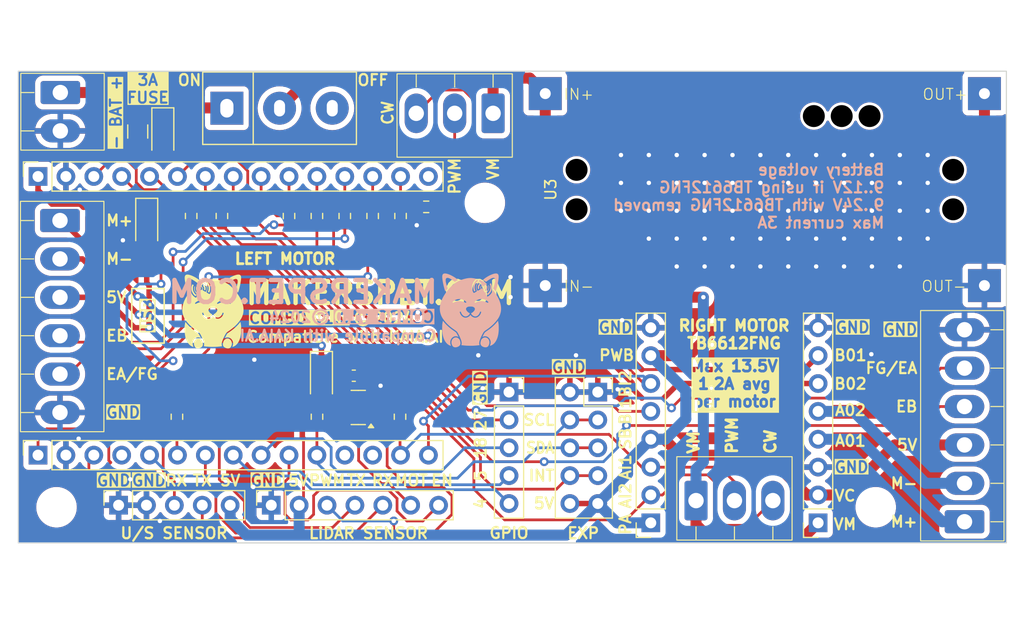
<source format=kicad_pcb>
(kicad_pcb (version 20240108) (generator "pcbnew") (generator_version "8.0")
  (title_block (title "MakersCombo") (date "2024-04-26") (rev "v1.0.0") (company "makerspet.com"))
  (layers (0 "F.Cu" signal) (31 "B.Cu" signal) (34 "B.Paste" user) (35 "F.Paste" user) (36 "B.SilkS" user "B.Silkscreen") (37 "F.SilkS" user "F.Silkscreen") (38 "B.Mask" user) (39 "F.Mask" user) (44 "Edge.Cuts" user))
  (net 0 "")
  (net 1 "+5V")
  (net 2 "GND")
  (net 3 "Net-(D1-K)")
  (net 4 "Net-(D2-K)")
  (net 5 "Net-(D2-A)")
  (net 6 "/MOT")
  (net 7 "Vdrive")
  (net 8 "/M+LEFT")
  (net 9 "/M-LEFT")
  (net 10 "/EB_LEFT")
  (net 11 "/EA_LEFT_FG")
  (net 12 "/M+RIGHT")
  (net 13 "/M-RIGHT")
  (net 14 "/EB_RIGHT")
  (net 15 "/EA_RIGHT_FG")
  (net 16 "/PWM_LEFT")
  (net 17 "/CW_LEFT")
  (net 18 "/PWM_RIGHT")
  (net 19 "/CW_RIGHT")
  (net 20 "/LDS_PWM")
  (net 21 "/LDS_RX")
  (net 22 "/LDS_EN")
  (net 23 "/GPIO12_OUT_STRAP")
  (net 24 "/I2C_SCL")
  (net 25 "/I2C_SDA")
  (net 26 "/I2C_INT")
  (net 27 "/GPIO27")
  (net 28 "/GPIO18")
  (net 29 "/GPIO5_BOOT_STRAP")
  (net 30 "/GPIO4")
  (net 31 "+3V3")
  (net 32 "/ENC_B_LEFT")
  (net 33 "/ENC_A_LEFT_FG")
  (net 34 "/GPIO39_IN")
  (net 35 "/ENC_B_RIGHT")
  (net 36 "/ENC_A_RIGHT_FG")
  (net 37 "/BAT_ADC")
  (net 38 "/LDS_TX")
  (net 40 "Net-(J1-Pin_1)")
  (net 41 "Net-(J6-Pin_3)")
  (net 42 "Net-(J9-Pin_4)")
  (footprint "Resistor_SMD:R_0603_1608Metric" (layer "F.Cu") (at 55.7488 43.2 90)
    (property "Reference" "R10" (hide yes))
    (property "Value" "10k")
  )
  (footprint "Resistor_SMD:R_0603_1608Metric" (layer "F.Cu") (at 67.2084 61.5 -90)
    (property "Reference" "R9" (hide yes))
    (property "Value" "10k")
  )
  (footprint "Resistor_SMD:R_0603_1608Metric" (layer "F.Cu") (at 69.74 43.2 -90)
    (property "Reference" "R2" (hide yes))
    (property "Value" "10k")
  )
  (footprint "Makerspet:Terminal_Block_2p_3.5mm_SideEntry" (layer "F.Cu") (at 43.8306 31.9454 -90)
    (property "Reference" "J1" (hide yes))
    (property "Value" "TERM BLK 3.5MM 2P SIDE")
  )
  (footprint "Connector_PinSocket_2.54mm:PinSocket_1x08_P2.54mm_Vertical" (layer "F.Cu") (at 97.6108 71.1708 180)
    (property "Reference" "J13" (hide yes))
    (property "Value" "HDR SKT 8PIN VERT 2.54MM")
  )
  (footprint "Connector_PinSocket_2.54mm:PinSocket_1x15_P2.54mm_Vertical" (layer "F.Cu") (at 41.8 65 90)
    (property "Reference" "J11" (hide yes))
    (property "Value" "HDR SKT 15PIN VERT 2.54MM")
  )
  (footprint "Makerspet:SWITCH" (layer "F.Cu") (at 63.8 33.3756)
    (property "Reference" "SW1" (hide yes))
    (property "Value" "SS12D10")
  )
  (footprint "Makerspet:Terminal_Block_6p_3.5mm_SideEntry" (layer "F.Cu") (at 43.8 43.6135 -90)
    (property "Reference" "J2" (hide yes))
    (property "Value" "TERM BLK 3.5MM 6P SIDE")
  )
  (footprint "Diode_SMD:D_SOD-123F" (layer "F.Cu") (at 67.6148 57.7596 -90)
    (property "Reference" "D3" (hide yes))
    (property "Value" "FS26")
  )
  (footprint "Diode_SMD:D_SOD-123F" (layer "F.Cu") (at 51.7 43.8 -90)
    (property "Reference" "D1" (hide yes))
    (property "Value" "FS26")
  )
  (footprint "Fuse:Fuse_1206_3216Metric" (layer "F.Cu") (at 50.8824 35.5 -90)
    (property "Reference" "F1" (hide yes))
    (property "Value" "0685T3000-01")
  )
  (footprint "Connector_PinSocket_2.54mm:PinSocket_1x15_P2.54mm_Vertical" (layer "F.Cu") (at 41.8 39.6 90)
    (property "Reference" "J10" (hide yes))
    (property "Value" "HDR SKT 15PIN VERT 2.54MM")
  )
  (footprint "Resistor_SMD:R_0603_1608Metric" (layer "F.Cu") (at 77.1568 42.3672)
    (property "Reference" "R5" (hide yes))
    (property "Value" "200k 1%")
  )
  (footprint "Resistor_SMD:R_0603_1608Metric" (layer "F.Cu") (at 64.66 43.2 -90)
    (property "Reference" "R1" (hide yes))
    (property "Value" "10k")
  )
  (footprint "MountingHole:MountingHole_3.2mm_M3" (layer "F.Cu") (at 118.1 69.7484 90)
    (property "Reference" "H2" (hide yes))
    (property "Value" "MountingHole")
  )
  (footprint "Resistor_SMD:R_0603_1608Metric" (layer "F.Cu") (at 72.28 43.2 -90)
    (property "Reference" "R7" (hide yes))
    (property "Value" "10k")
  )
  (footprint "Connector_PinSocket_2.54mm:PinSocket_1x05_P2.54mm_Vertical" (layer "F.Cu") (at 84.7 59.25)
    (property "Reference" "J7" (hide yes))
    (property "Value" "HDR SKT 5PIN VERT 2.54MM")
  )
  (footprint "Makerspet:Maker's Pet Logo 7mm" (layer "F.Cu") (at 57.725 51.9)
    (property "Reference" "G***" (hide yes))
    (property "Value" "LOGO" (hide yes))
  )
  (footprint "Makerspet:Terminal_Block_6p_3.5mm_SideEntry" (layer "F.Cu") (at 126.1872 71.0692 90)
    (property "Reference" "J3" (hide yes))
    (property "Value" "TERM BLK 3.5MM 6P SIDE")
  )
  (footprint "MountingHole:MountingHole_3.2mm_M3" (layer "F.Cu") (at 82.5 42)
    (property "Reference" "H3" (hide yes))
    (property "Value" "MountingHole")
  )
  (footprint "Makerspet:Terminal_Block_3p_3.5mm_SideEntry" (layer "F.Cu") (at 83.2488 33.8412 180)
    (property "Reference" "J4" (hide yes))
    (property "Value" "TERM BLK 3.5MM 3P SIDE")
  )
  (footprint "Resistor_SMD:R_0603_1608Metric" (layer "F.Cu") (at 67.2 43.2 -90)
    (property "Reference" "R4" (hide yes))
    (property "Value" "10k")
  )
  (footprint "Resistor_SMD:R_0603_1608Metric" (layer "F.Cu") (at 58.5488 43.2 -90)
    (property "Reference" "R3" (hide yes))
    (property "Value" "10k")
  )
  (footprint "Diode_SMD:D_SOD-123F" (layer "F.Cu") (at 53.1684 35.5508 -90)
    (property "Reference" "D2" (hide yes))
    (property "Value" "FS36")
  )
  (footprint "Package_TO_SOT_SMD:SOT-23" (layer "F.Cu") (at 70.9676 60.6552 180)
    (property "Reference" "Q1" (hide yes))
    (property "Value" "AS2302")
  )
  (footprint "Connector_PinSocket_2.54mm:PinSocket_1x08_P2.54mm_Vertical" (layer "F.Cu") (at 112.8508 71.1708 180)
    (property "Reference" "J12" (hide yes))
    (property "Value" "HDR SKT 8PIN VERT 2.54MM")
  )
  (footprint "Makerspet:Terminal_Block_3p_3.5mm_SideEntry" (layer "F.Cu") (at 101.731 69.1436)
    (property "Reference" "J5" (hide yes))
    (property "Value" "TERM BLK 3.5MM 3P SIDE")
  )
  (footprint "Resistor_SMD:R_0603_1608Metric" (layer "F.Cu") (at 74.82 43.2 90)
    (property "Reference" "R6" (hide yes))
    (property "Value" "20k 1%")
  )
  (footprint "Connector_PinSocket_2.54mm:PinSocket_1x07_P2.54mm_Vertical" (layer "F.Cu") (at 63.0428 69.5646 90)
    (property "Reference" "J9" (hide yes))
    (property "Value" "HDR SKT 7PIN VERT 2.54MM")
  )
  (footprint "Resistor_SMD:R_0603_1608Metric" (layer "F.Cu") (at 54.4512 61.5 90)
    (property "Reference" "R11" (hide yes))
    (property "Value" "10k")
  )
  (footprint "Resistor_SMD:R_0603_1608Metric" (layer "F.Cu") (at 74.7712 61.5 -90)
    (property "Reference" "R8" (hide yes))
    (property "Value" "10k")
  )
  (footprint "Capacitor_SMD:C_0603_1608Metric" (layer "F.Cu") (at 70.5612 57.7596)
    (property "Reference" "C1" (hide yes))
    (property "Value" "22uF 6.3V")
  )
  (footprint "Connector_PinSocket_2.54mm:PinSocket_2x05_P2.54mm_Vertical" (layer "F.Cu") (at 92.7848 59.25)
    (property "Reference" "J8" (hide yes))
    (property "Value" "SKT 2x5PIN VERT 2.54MM")
  )
  (footprint "MountingHole:MountingHole_3.2mm_M3" (layer "F.Cu") (at 43.4848 69.7484)
    (property "Reference" "H1" (hide yes))
    (property "Value" "MountingHole")
  )
  (footprint "Connector_PinSocket_2.54mm:PinSocket_1x05_P2.54mm_Vertical" (layer "F.Cu") (at 49.1386 69.5646 90)
    (property "Reference" "J6" (hide yes))
    (property "Value" "HDR SKT 5PIN VERT 2.54MM")
  )
  (footprint "Makerspet:LM2596 Module SMD" (layer "F.Cu") (at 108.0008 40.7924)
    (property "Reference" "U3")
    (property "Value" "LM2596 Module")
  )
  (footprint "Makerspet:Maker's Pet Logo 7mm" (layer "B.Cu") (at 81.188602 51.8 180)
    (property "Reference" "G***" (hide yes))
    (property "Value" "LOGO" (hide yes))
  )
  (gr_rect (start 50.3428 49.8108) (end 53.2892 54.7892) (stroke (width 0.15)) (fill none) (layer "F.SilkS"))
  (gr_rect (start 40 30) (end 130 73) (stroke (width 0.1)) (fill none) (layer "Edge.Cuts"))
  (gr_text "MAKERSPET.COM" (at 78.394602 51.2984 -0) (layer "B.SilkS") (effects (font (size 2 2) (thickness 0.4) (bold yes)) (justify left bottom mirror)))
  (gr_text "Compatible with KAIA.AI" (at 78.213602 54.7 0) (layer "B.SilkS") (effects (font (size 1 1) (thickness 0.2) (bold yes)) (justify left bottom mirror)))
  (gr_text "COMBO v1.0" (at 78.013602 53 0) (layer "B.SilkS" knockout) (effects (font (size 1 1) (thickness 0.2) (bold yes)) (justify left bottom mirror)))
  (gr_text "Battery voltage\n9..12V if using TB6612FNG\n9..24V with TB6612FNG removed\nMax current 3A" (at 119 44.4 0) (layer "B.SilkS") (effects (font (size 1 1) (thickness 0.2) (bold yes)) (justify left bottom mirror)))
  (gr_text "©2024" (at 68.513602 53 0) (layer "B.SilkS") (effects (font (size 1 1) (thickness 0.2) (bold yes)) (justify left bottom mirror)))
  (gr_text "5V" (at 47.9 50.6135 0) (layer "F.SilkS") (effects (font (size 1 1) (thickness 0.2) (bold yes)) (justify left)))
  (gr_text "U/S SENSOR" (at 54.1858 72.7 0) (layer "F.SilkS") (effects (font (size 1 1) (thickness 0.2) (bold yes)) (justify bottom)))
  (gr_text "BI1" (at 95.3 61 90) (layer "F.SilkS") (effects (font (size 1 1) (thickness 0.2) (bold yes))))
  (gr_text "RX" (at 54.4 67.9 0) (layer "F.SilkS") (effects (font (size 1 1) (thickness 0.2) (bold yes)) (justify bottom)))
  (gr_text "27" (at 82.7 61.79 90) (layer "F.SilkS") (effects (font (size 1 1) (thickness 0.2) (bold yes)) (justify bottom)))
  (gr_text "GND" (at 62.7 67.9 0) (layer "F.SilkS" knockout) (effects (font (size 1 1) (thickness 0.2) (bold yes)) (justify bottom)))
  (gr_text "CW" (at 73.6488 35 90) (layer "F.SilkS") (effects (font (size 1 1) (thickness 0.2) (bold yes)) (justify left)))
  (gr_text "EA/FG" (at 47.9 57.6135 0) (layer "F.SilkS") (effects (font (size 1 1) (thickness 0.2) (bold yes)) (justify left)))
  (gr_text "LEFT MOTOR" (at 64.3 47.1 0) (layer "F.SilkS") (effects (font (size 1 1) (thickness 0.25) (bold yes))))
  (gr_text "GPIO" (at 84.7 72.1 0) (layer "F.SilkS") (effects (font (size 1 1) (thickness 0.2) (bold yes))))
  (gr_text "VM" (at 83.2488 40.0412 90) (layer "F.SilkS") (effects (font (size 1 1) (thickness 0.2) (bold yes)) (justify left)))
  (gr_text "M+" (at 47.9 43.6135 0) (layer "F.SilkS") (effects (font (size 1 1) (thickness 0.2) (bold yes)) (justify left)))
  (gr_text "M+" (at 122 71.0692 0) (layer "F.SilkS") (effects (font (size 1 1) (thickness 0.2) (bold yes)) (justify right)))
  (gr_text "VM" (at 101.5018 65 90) (layer "F.SilkS") (effects (font (size 1 1) (thickness 0.25) (bold yes)) (justify left)))
  (gr_text "RX" (at 73.2 67.9 0) (layer "F.SilkS") (effects (font (size 1 1) (thickness 0.2) (bold yes)) (justify bottom)))
  (gr_text "3A\nFUSE" (at 51.8 33 0) (layer "F.SilkS" knockout) (effects (font (size 1 1) (thickness 0.2) (bold yes)) (justify bottom)))
  (gr_text "SCL" (at 88.93 61.79 0) (layer "F.SilkS") (effects (font (size 1 1) (thickness 0.2) (bold yes)) (justify right)))
  (gr_text "Max 13.5V\n1.2A avg\nper motor" (at 105.2308 58.5 0) (layer "F.SilkS" knockout) (effects (font (size 1 1) (thickness 0.25) (bold yes))))
  (gr_text "INT" (at 88.93 66.87 0) (layer "F.SilkS") (effects (font (size 1 1) (thickness 0.2) (bold yes)) (justify right)))
  (gr_text "FG/EA" (at 122 57.0692 0) (layer "F.SilkS") (effects (font (size 1 1) (thickness 0.2) (bold yes)) (justify right)))
  (gr_text "PWB" (at 94.5 55.9 0) (layer "F.SilkS") (effects (font (size 1 1) (thickness 0.2) (bold yes))))
  (gr_text "OFF" (at 72.3 31.4 0) (layer "F.SilkS") (effects (font (size 1 1) (thickness 0.2) (bold yes)) (justify bottom)))
  (gr_text "©2024" (at 70.4 53.1 0) (layer "F.SilkS") (effects (font (size 1 1) (thickness 0.2) (bold yes)) (justify left bottom)))
  (gr_text "BI2" (at 95.3 58.5 90) (layer "F.SilkS") (effects (font (size 1 1) (thickness 0.2) (bold yes))))
  (gr_text "B01" (at 115.8 55.9 0) (layer "F.SilkS") (effects (font (size 1 1) (thickness 0.2) (bold yes))))
  (gr_text "5V" (at 122 64.0692 0) (layer "F.SilkS") (effects (font (size 1 1) (thickness 0.2) (bold yes)) (justify right)))
  (gr_text "AI2" (at 95.3 68.7 90) (layer "F.SilkS") (effects (font (size 1 1) (thickness 0.2) (bold yes))))
  (gr_text "- BAT +" (at 49.4792 37.2364 90) (layer "F.SilkS" knockout) (effects (font (size 1 1) (thickness 0.2) (bold yes)) (justify left bottom)))
  (gr_text "TX" (at 56.7586 67.9 0) (layer "F.SilkS") (effects (font (size 1 1) (thickness 0.2) (bold yes)) (justify bottom)))
  (gr_text "MOT" (at 75.8 67.9 0) (layer "F.SilkS") (effects (font (size 1 1) (thickness 0.2) (bold yes)) (justify bottom)))
  (gr_text "EN" (at 78.6 67.9 0) (layer "F.SilkS") (effects (font (size 1 1) (thickness 0.2) (bold yes)) (justify bottom)))
  (gr_text "GND" (at 116 53.36 0) (layer "F.SilkS" knockout) (effects (font (size 1 1) (thickness 0.2) (bold yes))))
  (gr_text "A02" (at 115.8 60.9 0) (layer "F.SilkS") (effects (font (size 1 1) (thickness 0.2) (bold yes))))
  (gr_text "PWM" (at 79.7488 41.3412 90) (layer "F.SilkS") (effects (font (size 1 1) (thickness 0.2) (bold yes)) (justify left)))
  (gr_text "GND" (at 94.4 53.36 0) (layer "F.SilkS" knockout) (effects (font (size 1 1) (thickness 0.2) (bold yes))))
  (gr_text "PWM" (at 68.1228 67.9 0) (layer "F.SilkS") (effects (font (size 1 1) (thickness 0.2) (bold yes)) (justify bottom)))
  (gr_text "SDA" (at 88.93 64.33 0) (layer "F.SilkS") (effects (font (size 1 0.9) (thickness 0.2) (bold yes)) (justify right)))
  (gr_text "COMBO v1.0" (at 60.9 53.1 0) (layer "F.SilkS" knockout) (effects (font (size 1 1) (thickness 0.2) (bold yes)) (justify left bottom)))
  (gr_text "5V" (at 88.93 69.4 0) (layer "F.SilkS") (effects (font (size 1 1) (thickness 0.2) (bold yes)) (justify right)))
  (gr_text "M-" (at 122 67.5692 0) (layer "F.SilkS") (effects (font (size 1 1) (thickness 0.2) (bold yes)) (justify right)))
  (gr_text "SB" (at 95.3 63.5 90) (layer "F.SilkS") (effects (font (size 1 1) (thickness 0.2) (bold yes))))
  (gr_text "AI1" (at 95.3 66.1 90) (layer "F.SilkS") (effects (font (size 1 1) (thickness 0.2) (bold yes))))
  (gr_text "GND" (at 91.8 57 0) (layer "F.SilkS" knockout) (effects (font (size 1 1) (thickness 0.2) (bold yes)) (justify right)))
  (gr_text "LiDAR SENSOR" (at 71.9 72.7 0) (layer "F.SilkS") (effects (font (size 1 1) (thickness 0.2) (bold yes)) (justify bottom)))
  (gr_text "A01" (at 115.8 63.7 0) (layer "F.SilkS") (effects (font (size 1 1) (thickness 0.2) (bold yes))))
  (gr_text "PA" (at 95.3 71.3 90) (layer "F.SilkS") (effects (font (size 1 1) (thickness 0.2) (bold yes))))
  (gr_text "5V" (at 65.5 67.9 0) (layer "F.SilkS") (effects (font (size 1 1) (thickness 0.2) (bold yes)) (justify bottom)))
  (gr_text "EXP" (at 89.9 72.7 0) (layer "F.SilkS") (effects (font (size 1 1) (thickness 0.2) (bold yes)) (justify left bottom)))
  (gr_text "GND" (at 82.1 57.2 90) (layer "F.SilkS" knockout) (effects (font (size 1 1) (thickness 0.2) (bold yes)) (justify right)))
  (gr_text "GND" (at 115.9 66.1 0) (layer "F.SilkS" knockout) (effects (font (size 1 1) (thickness 0.2) (bold yes))))
  (gr_text "GND" (at 51.9 67.9 0) (layer "F.SilkS" knockout) (effects (font (size 1 1) (thickness 0.2) (bold yes)) (justify bottom)))
  (gr_text "GND" (at 122 53.5692 0) (layer "F.SilkS" knockout) (effects (font (size 1 1) (thickness 0.2) (bold yes)) (justify right)))
  (gr_text "USB" (at 51.816 52.3 90) (layer "F.SilkS" knockout) (effects (font (size 1 1) (thickness 0.25) (bold yes))))
  (gr_text "M-" (at 47.9 47.1135 0) (layer "F.SilkS") (effects (font (size 1 1) (thickness 0.2) (bold yes)) (justify left)))
  (gr_text "18" (at 82.7 64.33 90) (layer "F.SilkS") (effects (font (size 1 1) (thickness 0.2) (bold yes)) (justify bottom)))
  (gr_text "PWM" (at 105.0018 65 90) (layer "F.SilkS") (effects (font (size 1 1) (thickness 0.25) (bold yes)) (justify left)))
  (gr_text "4" (at 82.7 69.4 90) (layer "F.SilkS") (effects (font (size 1 1) (thickness 0.2) (bold yes)) (justify bottom)))
  (gr_text "CW" (at 108.5018 65 90) (layer "F.SilkS") (effects (font (size 1 1) (thickness 0.25) (bold yes)) (justify left)))
  (gr_text "EB" (at 122 60.5692 0) (layer "F.SilkS") (effects (font (size 1 1) (thickness 0.2) (bold yes)) (justify right)))
  (gr_text "5" (at 82.7 66.87 90) (layer "F.SilkS") (effects (font (size 1 1) (thickness 0.2) (bold yes)) (justify bottom)))
  (gr_text "VC" (at 115.3 68.7 0) (layer "F.SilkS") (effects (font (size 1 1) (thickness 0.2) (bold yes))))
  (gr_text "TX" (at 70.8 67.9 0) (layer "F.SilkS") (effects (font (size 1 1) (thickness 0.2) (bold yes)) (justify bottom)))
  (gr_text "VM" (at 115.3 71.3 0) (layer "F.SilkS") (effects (font (size 1 1) (thickness 0.2) (bold yes))))
  (gr_text "5V" (at 59.2986 67.9 0) (layer "F.SilkS") (effects (font (size 1 1) (thickness 0.2) (bold yes)) (justify bottom)))
  (gr_text "B02" (at 115.8 58.5 0) (layer "F.SilkS") (effects (font (size 1 1) (thickness 0.2) (bold yes))))
  (gr_text "GND" (at 48.7 67.9 0) (layer "F.SilkS" knockout) (effects (font (size 1 1) (thickness 0.2) (bold yes)) (justify bottom)))
  (gr_text "ON" (at 55.6 31.4 0) (layer "F.SilkS") (effects (font (size 1 1) (thickness 0.2) (bold yes)) (justify bottom)))
  (gr_text "EB" (at 47.9 54.1135 0) (layer "F.SilkS") (effects (font (size 1 1) (thickness 0.2) (bold yes)) (justify left)))
  (gr_text "MAKERSPET.COM" (at 60.519 51.3984 0) (layer "F.SilkS") (effects (font (size 2 2) (thickness 0.4) (bold yes)) (justify left bottom)))
  (gr_text "Compatible with KAIA.AI" (at 60.7 54.8 0) (layer "F.SilkS") (effects (font (size 1 1) (thickness 0.2) (bold yes)) (justify left bottom)))
  (gr_text "RIGHT MOTOR\nTB6612FNG" (at 105.2 54 0) (layer "F.SilkS") (effects (font (size 1 1) (thickness 0.25) (bold yes))))
  (gr_text "GND" (at 47.9 61.1135 0) (layer "F.SilkS" knockout) (effects (font (size 1 1) (thickness 0.2) (bold yes)) (justify left)))
  (segment (start 121.4628 50.3936) (end 128.0008 43.8556) (width 1) (layer "F.Cu") (net 1))
  (segment (start 51.9176 49.5176) (end 51.9176 53.389) (width 0.5) (layer "F.Cu") (net 1))
  (segment (start 65.8714 63.407) (end 65.8714 58.103) (width 0.5) (layer "F.Cu") (net 1))
  (segment (start 67.6148 56.3596) (end 67.6148 55.0164) (width 0.5) (layer "F.Cu") (net 1))
  (segment (start 97.6108 55.9308) (end 101.0692 55.9308) (width 1) (layer "F.Cu") (net 1))
  (segment (start 112.8508 68.6308) (end 111.8308 68.6308) (width 1) (layer "F.Cu") (net 1))
  (segment (start 50.589 53.389) (end 47.8135 50.6135) (width 0.5) (layer "F.Cu") (net 1))
  (segment (start 115.2692 68.6308) (end 119.8308 64.0692) (width 1) (layer "F.Cu") (net 1))
  (segment (start 65.9828 69.1646) (end 65.5828 69.5646) (width 0.25) (layer "F.Cu") (net 1))
  (segment (start 128.0008 43.8556) (end 128.0008 32.0424) (width 1) (layer "F.Cu") (net 1))
  (segment (start 111.8308 68.6308) (end 108.2 65) (width 1) (layer "F.Cu") (net 1))
  (segment (start 69.7862 57.7596) (end 69.0148 57.7596) (width 0.5) (layer "F.Cu") (net 1))
  (segment (start 108.2 65) (end 100.3 65) (width 1) (layer "F.Cu") (net 1))
  (segment (start 65.9828 63.5184) (end 65.9828 69.1646) (width 0.25) (layer "F.Cu") (net 1))
  (segment (start 106.6064 50.3936) (end 121.4628 50.3936) (width 1) (layer "F.Cu") (net 1))
  (segment (start 100.3 65) (end 98.8508 63.5508) (width 1) (layer "F.Cu") (net 1))
  (segment (start 51.7 45.2) (end 51.7 49.3) (width 0.5) (layer "F.Cu") (net 1))
  (segment (start 65.8714 58.103) (end 67.6148 56.3596) (width 0.5) (layer "F.Cu") (net 1))
  (segment (start 101.0692 55.9308) (end 106.6064 50.3936) (width 1) (layer "F.Cu") (net 1))
  (segment (start 65.9828 63.5184) (end 65.8714 63.407) (width 0.5) (layer "F.Cu") (net 1))
  (segment (start 119.8308 64.0692) (end 126.1872 64.0692) (width 1) (layer "F.Cu") (net 1))
  (segment (start 47.8135 50.6135) (end 43.8 50.6135) (width 0.5) (layer "F.Cu") (net 1))
  (segment (start 51.7 49.3) (end 51.9176 49.5176) (width 0.5) (layer "F.Cu") (net 1))
  (segment (start 92.7848 69.41) (end 90.2448 69.41) (width 0.5) (layer "F.Cu") (net 1))
  (segment (start 112.8508 68.6308) (end 115.2692 68.6308) (width 1) (layer "F.Cu") (net 1))
  (segment (start 98.8508 63.5508) (end 97.6108 63.5508) (width 1) (layer "F.Cu") (net 1))
  (segment (start 51.9176 53.389) (end 50.589 53.389) (width 0.5) (layer "F.Cu") (net 1))
  (segment (start 69.0148 57.7596) (end 67.6148 56.3596) (width 0.5) (layer "F.Cu") (net 1))
  (via (at 67.6148 55.0164) (size 0.8) (drill 0.4) (layers "F.Cu" "B.Cu") (net 1))
  (via (at 51.9176 53.389) (size 0.8) (drill 0.4) (layers "F.Cu" "B.Cu") (net 1))
  (segment (start 60.7884 72.2884) (end 89.9064 72.2884) (width 1) (layer "B.Cu") (net 1))
  (segment (start 97.6108 63.5508) (end 98.9492 63.5508) (width 1) (layer "B.Cu") (net 1))
  (segment (start 95.5 66.6948) (end 92.7848 69.41) (width 1) (layer "B.Cu") (net 1))
  (segment (start 89.9064 72.2884) (end 92.7848 69.41) (width 1) (layer "B.Cu") (net 1))
  (segment (start 53.5432 55.0164) (end 67.6148 55.0164) (width 0.5) (layer "B.Cu") (net 1))
  (segment (start 94.5456 71.1708) (end 97.6108 71.1708) (width 1) (layer "B.Cu") (net 1))
  (segment (start 51.9176 53.3908) (end 53.5432 55.0164) (width 0.5) (layer "B.Cu") (net 1))
  (segment (start 98.9492 63.5508) (end 100.8 61.7) (width 1) (layer "B.Cu") (net 1))
  (segment (start 100.8 59.12) (end 97.6108 55.9308) (width 1) (layer "B.Cu") (net 1))
  (segment (start 100.8 61.7) (end 100.8 59.12) (width 1) (layer "B.Cu") (net 1))
  (segment (start 51.9176 53.389) (end 51.9176 53.3908) (width 0.25) (layer "B.Cu") (net 1))
  (segment (start 65.5828 69.5646) (end 65.5828 72.2056) (width 1) (layer "B.Cu") (net 1))
  (segment (start 97.6108 63.5508) (end 95.5 65.6616) (width 1) (layer "B.Cu") (net 1))
  (segment (start 59.2986 69.5646) (end 59.2986 70.7986) (width 1) (layer "B.Cu") (net 1))
  (segment (start 95.5 65.6616) (end 95.5 66.6948) (width 1) (layer "B.Cu") (net 1))
  (segment (start 92.7848 69.41) (end 94.5456 71.1708) (width 1) (layer "B.Cu") (net 1))
  (segment (start 59.2986 70.7986) (end 60.7884 72.2884) (width 1) (layer "B.Cu") (net 1))
  (segment (start 71.9051 59.7052) (end 71.9051 58.6232) (width 0.25) (layer "F.Cu") (net 2))
  (segment (start 75.8444 44.0436) (end 75.8258 44.025) (width 0.25) (layer "F.Cu") (net 2))
  (segment (start 74.82 44.025) (end 76.2932 44.0436) (width 0.25) (layer "F.Cu") (net 2))
  (segment (start 71.9051 58.6232) (end 71.9051 58.3285) (width 0.25) (layer "F.Cu") (net 2))
  (segment (start 72.9996 58.674) (end 71.9559 58.674) (width 0.25) (layer "F.Cu") (net 2))
  (segment (start 71.9051 58.3285) (end 71.3362 57.7596) (width 0.25) (layer "F.Cu") (net 2))
  (segment (start 63.0428 69.216396) (end 63.0428 69.1646) (width 0.25) (layer "F.Cu") (net 2))
  (via (at 117.7544 47.8028) (size 0.8) (drill 0.4) (layers "F.Cu" "B.Cu") (net 2))
  (via (at 90.8 55.9) (size 0.8) (drill 0.4) (layers "F.Cu" "B.Cu") (net 2))
  (via (at 99.9744 45.2628) (size 0.8) (drill 0.4) (layers "F.Cu" "B.Cu") (net 2))
  (via (at 115.2144 40.1828) (size 0.8) (drill 0.4) (layers "F.Cu" "B.Cu") (net 2))
  (via (at 102.5144 40.1828) (size 0.8) (drill 0.4) (layers "F.Cu" "B.Cu") (net 2))
  (via (at 99.9744 37.6428) (size 0.8) (drill 0.4) (layers "F.Cu" "B.Cu") (net 2))
  (via (at 107.5944 42.7228) (size 0.8) (drill 0.4) (layers "F.Cu" "B.Cu") (net 2))
  (via (at 112.6744 47.8028) (size 0.8) (drill 0.4) (layers "F.Cu" "B.Cu") (net 2))
  (via (at 99.9744 42.7228) (size 0.8) (drill 0.4) (layers "F.Cu" "B.Cu") (net 2))
  (via (at 84.836 50.5968) (size 0.8) (drill 0.4) (layers "F.Cu" "B.Cu") (net 2))
  (via (at 120.2944 40.1828) (size 0.8) (drill 0.4) (layers "F.Cu" "B.Cu") (net 2))
  (via (at 112.6744 37.6428) (size 0.8) (drill 0.4) (layers "F.Cu" "B.Cu") (net 2))
  (via (at 99.9744 40.1828) (size 0.8) (drill 0.4) (layers "F.Cu" "B.Cu") (net 2))
  (via (at 110.1344 42.7228) (size 0.8) (drill 0.4) (layers "F.Cu" "B.Cu") (net 2))
  (via (at 107.5944 40.1828) (size 0.8) (drill 0.4) (layers "F.Cu" "B.Cu") (net 2))
  (via (at 94.8944 40.1828) (size 0.8) (drill 0.4) (layers "F.Cu" "B.Cu") (net 2))
  (via (at 81.9 55.9) (size 0.8) (drill 0.4) (layers "F.Cu" "B.Cu") (net 2))
  (via (at 102.5144 47.8028) (size 0.8) (drill 0.4) (layers "F.Cu" "B.Cu") (net 2))
  (via (at 102.5144 42.7228) (size 0.8) (drill 0.4) (layers "F.Cu" "B.Cu") (net 2))
  (via (at 107.5944 37.6428) (size 0.8) (drill 0.4) (layers "F.Cu" "B.Cu") (net 2))
  (via (at 99.9744 47.8028) (size 0.8) (drill 0.4) (layers "F.Cu" "B.Cu") (net 2))
  (via (at 49.53 45.4152) (size 0.8) (drill 0.4) (layers "F.Cu" "B.Cu") (net 2))
  (via (at 115.2144 45.2628) (size 0.8) (drill 0.4) (layers "F.Cu" "B.Cu") (net 2))
  (via (at 97.4344 40.1828) (size 0.8) (drill 0.4) (layers "F.Cu" "B.Cu") (net 2))
  (via (at 105.0544 40.1828) (size 0.8) (drill 0.4) (layers "F.Cu" "B.Cu") (net 2))
  (via (at 112.6744 40.1828) (size 0.8) (drill 0.4) (layers "F.Cu" "B.Cu") (net 2))
  (via (at 105.0544 37.6428) (size 0.8) (drill 0.4) (layers "F.Cu" "B.Cu") (net 2))
  (via (at 76.2932 44.0436) (size 0.8) (drill 0.4) (layers "F.Cu" "B.Cu") (net 2))
  (via (at 112.6744 42.7228) (size 0.8) (drill 0.4) (layers "F.Cu" "B.Cu") (net 2))
  (via (at 97.4344 37.6428) (size 0.8) (drill 0.4) (layers "F.Cu" "B.Cu") (net 2))
  (via (at 110.1344 47.8028) (size 0.8) (drill 0.4) (layers "F.Cu" "B.Cu") (net 2))
  (via (at 94.6 59) (size 0.8) (drill 0.4) (layers "F.Cu" "B.Cu") (net 2))
  (via (at 115.2144 37.6428) (size 0.8) (drill 0.4) (layers "F.Cu" "B.Cu") (net 2))
  (via (at 117.7544 45.2628) (size 0.8) (drill 0.4) (layers "F.Cu" "B.Cu") (net 2))
  (via (at 97.4344 42.7228) (size 0.8) (drill 0.4) (layers "F.Cu" "B.Cu") (net 2))
  (via (at 72.9996 58.674) (size 0.8) (drill 0.4) (layers "F.Cu" "B.Cu") (net 2))
  (via (at 82.3 58.9) (size 0.8) (drill 0.4) (layers "F.Cu" "B.Cu") (net 2))
  (via (at 115.2144 42.7228) (size 0.8) (drill 0.4) (layers "F.Cu" "B.Cu") (net 2))
  (via (at 94.8944 42.7228) (size 0.8) (drill 0.4) (layers "F.Cu" "B.Cu") (net 2))
  (via (at 122.8344 42.7228) (size 0.8) (drill 0.4) (layers "F.Cu" "B.Cu") (net 2))
  (via (at 61.5 56.3) (size 0.8) (drill 0.4) (layers "F.Cu" "B.Cu") (net 2))
  (via (at 45.5 63.5) (size 0.8) (drill 0.4) (layers "F.Cu" "B.Cu") (net 2))
  (via (at 105.0544 42.7228) (size 0.8) (drill 0.4) (layers "F.Cu" "B.Cu") (net 2))
  (via (at 117.7544 37.6428) (size 0.8) (drill 0.4) (layers "F.Cu" "B.Cu") (net 2))
  (via (at 102.5144 45.2628) (size 0.8) (drill 0.4) (layers "F.Cu" "B.Cu") (net 2))
  (via (at 94.8944 37.6428) (size 0.8) (drill 0.4) (layers "F.Cu" "B.Cu") (net 2))
  (via (at 117.7544 40.1828) (size 0.8) (drill 0.4) (layers "F.Cu" "B.Cu") (net 2))
  (via (at 105.0544 45.2628) (size 0.8) (drill 0.4) (layers "F.Cu" "B.Cu") (net 2))
  (via (at 120.2944 47.8028) (size 0.8) (drill 0.4) (layers "F.Cu" "B.Cu") (net 2))
  (via (at 84.836 48.768) (size 0.8) (drill 0.4) (layers "F.Cu" "B.Cu") (net 2))
  (via (at 120.2944 45.2628) (size 0.8) (drill 0.4) (layers "F.Cu" "B.Cu") (net 2))
  (via (at 117.7544 42.7228) (size 0.8) (drill 0.4) (layers "F.Cu" "B.Cu") (net 2))
  (via (at 120.2944 37.6428) (size 0.8) (drill 0.4) (layers "F.Cu" "B.Cu") (net 2))
  (via (at 97.4344 45.2628) (size 0.8) (drill 0.4) (layers "F.Cu" "B.Cu") (net 2))
  (via (at 122.8344 40.1828) (size 0.8) (drill 0.4) (layers "F.Cu" "B.Cu") (net 2))
  (via (at 61.4 67.9) (size 0.8) (drill 0.4) (layers "F.Cu" "B.Cu") (net 2))
  (via (at 105.0544 47.8028) (size 0.8) (drill 0.4) (layers "F.Cu" "B.Cu") (net 2))
  (via (at 122.8344 45.2628) (size 0.8) (drill 0.4) (layers "F.Cu" "B.Cu") (net 2))
  (via (at 112.6744 45.2628) (size 0.8) (drill 0.4) (layers "F.Cu" "B.Cu") (net 2))
  (via (at 110.1344 45.2628) (size 0.8) (drill 0.4) (layers "F.Cu" "B.Cu") (net 2))
  (via (at 107.5944 45.2628) (size 0.8) (drill 0.4) (layers "F.Cu" "B.Cu") (net 2))
  (via (at 117.7 55.8) (size 0.8) (drill 0.4) (layers "F.Cu" "B.Cu") (net 2))
  (via (at 120.2944 42.7228) (size 0.8) (drill 0.4) (layers "F.Cu" "B.Cu") (net 2))
  (via (at 45.6 40.8) (size 0.8) (drill 0.4) (layers "F.Cu" "B.Cu") (net 2))
  (via (at 107.5944 47.8028) (size 0.8) (drill 0.4) (layers "F.Cu" "B.Cu") (net 2))
  (via (at 115.2144 47.8028) (size 0.8) (drill 0.4) (layers "F.Cu" "B.Cu") (net 2))
  (via (at 50.2 67.2) (size 0.8) (drill 0.4) (layers "F.Cu" "B.Cu") (net 2))
  (via (at 122.8344 37.6428) (size 0.8) (drill 0.4) (layers "F.Cu" "B.Cu") (net 2))
  (via (at 110.1344 40.1828) (size 0.8) (drill 0.4) (layers "F.Cu" "B.Cu") (net 2))
  (via (at 102.5144 37.6428) (size 0.8) (drill 0.4) (layers "F.Cu" "B.Cu") (net 2))
  (via (at 52.9 71) (size 0.8) (drill 0.4) (layers "F.Cu" "B.Cu") (net 2))
  (via (at 95 52.7) (size 0.8) (drill 0.4) (layers "F.Cu" "B.Cu") (net 2))
  (via (at 110.1344 37.6428) (size 0.8) (drill 0.4) (layers "F.Cu" "B.Cu") (net 2))
  (segment (start 43.0623 42.1135) (end 45.646878 42.1135) (width 0.5) (layer "F.Cu") (net 3))
  (segment (start 41.8 39.6) (end 41.8 40.8512) (width 0.5) (layer "F.Cu") (net 3))
  (segment (start 45.646878 42.1135) (end 45.933378 42.4) (width 0.5) (layer "F.Cu") (net 3))
  (segment (start 45.933378 42.4) (end 51.7 42.4) (width 0.5) (layer "F.Cu") (net 3))
  (segment (start 41.8 40.8512) (end 43.0623 42.1135) (width 0.5) (layer "F.Cu") (net 3))
  (segment (start 58.9744 33.35) (end 59 33.3756) (width 1) (layer "F.Cu") (net 4))
  (segment (start 53.9692 33.35) (end 58.9744 33.35) (width 1) (layer "F.Cu") (net 4))
  (segment (start 53.1684 34.1508) (end 53.9692 33.35) (width 1) (layer "F.Cu") (net 4))
  (segment (start 50.8824 36.9) (end 53.1176 36.9) (width 1) (layer "F.Cu") (net 5))
  (segment (start 53.1176 36.9) (end 53.1684 36.9508) (width 1) (layer "F.Cu") (net 5))
  (segment (start 73.7782 67.6) (end 73.1 67.6) (width 0.25) (layer "F.Cu") (net 6))
  (segment (start 71 65.5) (end 71 62.4) (width 0.25) (layer "F.Cu") (net 6))
  (segment (start 71 62.4) (end 70.0301 61.4301) (width 0.25) (layer "F.Cu") (net 6))
  (segment (start 70.0301 61.4301) (end 70.0301 60.6552) (width 0.25) (layer "F.Cu") (net 6))
  (segment (start 69.1104 60.6552) (end 67.6148 59.1596) (width 0.25) (layer "F.Cu") (net 6))
  (segment (start 73.1 67.6) (end 71 65.5) (width 0.25) (layer "F.Cu") (net 6))
  (segment (start 75.7428 69.5646) (end 73.7782 67.6) (width 0.25) (layer "F.Cu") (net 6))
  (segment (start 70.0301 60.6552) (end 69.1104 60.6552) (width 0.25) (layer "F.Cu") (net 6))
  (segment (start 94.3 50.6) (end 88.0008 44.3008) (width 1) (layer "F.Cu") (net 7))
  (segment (start 111.7216 72.3) (end 102.7 72.3) (width 1) (layer "F.Cu") (net 7))
  (segment (start 63.8 33.3756) (end 66.5432 30.6324) (width 1) (layer "F.Cu") (net 7))
  (segment (start 102.7 72.3) (end 101.731 71.331) (width 1) (layer "F.Cu") (net 7))
  (segment (start 74 30.6324) (end 82.8 30.6324) (width 1) (layer "F.Cu") (net 7))
  (segment (start 66.5432 30.6324) (end 74 30.6324) (width 1) (layer "F.Cu") (net 7))
  (segment (start 88.0008 44.3008) (end 88.0008 32.0424) (width 1) (layer "F.Cu") (net 7))
  (segment (start 78.7488 38.5) (end 76.7488 36.5) (width 0.25) (layer "F.Cu") (net 7))
  (segment (start 77.9818 42.3672) (end 78.7488 41.6002) (width 0.25) (layer "F.Cu") (net 7))
  (segment (start 112.8508 71.1708) (end 111.7216 72.3) (width 1) (layer "F.Cu") (net 7))
  (segment (start 101.731 71.331) (end 101.731 69.1436) (width 1) (layer "F.Cu") (net 7))
  (segment (start 83.2488 33.8412) (end 83.2488 31.0812) (width 1) (layer "F.Cu") (net 7))
  (segment (start 74 35.3) (end 74 30.6324) (width 0.25) (layer "F.Cu") (net 7))
  (segment (start 76.7488 36.5) (end 75.2 36.5) (width 0.25) (layer "F.Cu") (net 7))
  (segment (start 82.8 30.6324) (end 86.5908 30.6324) (width 1) (layer "F.Cu") (net 7))
  (segment (start 102.4 50.6) (end 94.3 50.6) (width 1) (layer "F.Cu") (net 7))
  (segment (start 86.5908 30.6324) (end 88.0008 32.0424) (width 1) (layer "F.Cu") (net 7))
  (segment (start 75.2 36.5) (end 74 35.3) (width 0.25) (layer "F.Cu") (net 7))
  (segment (start 78.7488 41.6002) (end 78.7488 38.5) (width 0.25) (layer "F.Cu") (net 7))
  (via (at 102.4 50.6) (size 0.8) (drill 0.4) (layers "F.Cu" "B.Cu") (net 7))
  (segment (start 102.4 50.6) (end 102.4 65.6) (width 1) (layer "B.Cu") (net 7))
  (segment (start 102.4 65.6) (end 101.731 66.269) (width 1) (layer "B.Cu") (net 7))
  (segment (start 101.731 66.269) (end 101.731 69.1436) (width 1) (layer "B.Cu") (net 7))
  (segment (start 50.8778 50.5222) (end 43.9691 43.6135) (width 0.5) (layer "F.Cu") (net 8))
  (segment (start 43.9691 43.6135) (end 43.8 43.6135) (width 0.5) (layer "F.Cu") (net 8))
  (segment (start 96.8 57.2) (end 91.579599 51.979599) (width 0.5) (layer "F.Cu") (net 8))
  (segment (start 91.579599 51.979599) (end 76.4 51.979599) (width 0.5) (layer "F.Cu") (net 8))
  (segment (start 96.8 57.2) (end 96.9 57.2) (width 0.25) (layer "F.Cu") (net 8))
  (segment (start 96.9 57.2) (end 98.9 57.2) (width 0.25) (layer "F.Cu") (net 8))
  (segment (start 111.5816 57.2) (end 98.9 57.2) (width 0.5) (layer "F.Cu") (net 8))
  (segment (start 112.8508 55.9308) (end 111.5816 57.2) (width 0.5) (layer "F.Cu") (net 8))
  (via (at 76.4 51.979599) (size 0.8) (drill 0.4) (layers "F.Cu" "B.Cu") (net 8))
  (via (at 50.8778 50.5222) (size 0.8) (drill 0.4) (layers "F.Cu" "B.Cu") (net 8))
  (segment (start 76.4 51.979599) (end 52.700231 51.979599) (width 0.5) (layer "B.Cu") (net 8))
  (segment (start 52.700231 51.979599) (end 51.242832 50.5222) (width 0.5) (layer "B.Cu") (net 8))
  (segment (start 51.242832 50.5222) (end 50.8778 50.5222) (width 0.5) (layer "B.Cu") (net 8))
  (segment (start 95.9 58.9) (end 96.8 59.8) (width 0.5) (layer "F.Cu") (net 9))
  (segment (start 100.1292 58.4708) (end 112.8508 58.4708) (width 0.5) (layer "F.Cu") (net 9))
  (segment (start 98.8 59.8) (end 96.8 59.8) (width 0.25) (layer "F.Cu") (net 9))
  (segment (start 95.9 58.4) (end 95.9 58.9) (width 0.5) (layer "F.Cu") (net 9))
  (segment (start 91.602 54.102) (end 95.9 58.4) (width 0.5) (layer "F.Cu") (net 9))
  (segment (start 50.93 52.2) (end 45.8435 47.1135) (width 0.5) (layer "F.Cu") (net 9))
  (segment (start 45.8435 47.1135) (end 43.8 47.1135) (width 0.5) (layer "F.Cu") (net 9))
  (segment (start 77.3 54.102) (end 91.602 54.102) (width 0.5) (layer "F.Cu") (net 9))
  (segment (start 98.8 59.8) (end 100.1292 58.4708) (width 0.5) (layer "F.Cu") (net 9))
  (segment (start 51 52.2) (end 50.93 52.2) (width 0.5) (layer "F.Cu") (net 9))
  (via (at 51 52.2) (size 0.8) (drill 0.4) (layers "F.Cu" "B.Cu") (net 9))
  (via (at 77.3 54.102) (size 0.8) (drill 0.4) (layers "F.Cu" "B.Cu") (net 9))
  (segment (start 53.832682 54.102) (end 51.930682 52.2) (width 0.5) (layer "B.Cu") (net 9))
  (segment (start 51.930682 52.2) (end 51 52.2) (width 0.5) (layer "B.Cu") (net 9))
  (segment (start 77.3 54.102) (end 53.832682 54.102) (width 0.5) (layer "B.Cu") (net 9))
  (segment (start 43.8 54.1135) (end 44.3865 54.7) (width 0.25) (layer "F.Cu") (net 10))
  (segment (start 54.102 53.398) (end 54.102 46.482) (width 0.25) (layer "F.Cu") (net 10))
  (segment (start 52.8 54.7) (end 54.102 53.398) (width 0.25) (layer "F.Cu") (net 10))
  (segment (start 44.3865 54.7) (end 52.8 54.7) (width 0.25) (layer "F.Cu") (net 10))
  (segment (start 62.8718 44.025) (end 62.8396 43.9928) (width 0.25) (layer "F.Cu") (net 10))
  (segment (start 64.66 44.025) (end 63.3206 44.025) (width 0.25) (layer "F.Cu") (net 10))
  (via (at 54.102 46.482) (size 0.8) (drill 0.4) (layers "F.Cu" "B.Cu") (net 10))
  (via (at 63.2884 43.9928) (size 0.8) (drill 0.4) (layers "F.Cu" "B.Cu") (net 10))
  (segment (start 62.8396 43.9928) (end 62.0268 44.8056) (width 0.25) (layer "B.Cu") (net 10))
  (segment (start 55.2196 46.4312) (end 54.102 46.4312) (width 0.25) (layer "B.Cu") (net 10))
  (segment (start 54.102 46.4312) (end 54.102 46.482) (width 0.25) (layer "B.Cu") (net 10))
  (segment (start 62.0268 44.8056) (end 56.8452 44.8056) (width 0.25) (layer "B.Cu") (net 10))
  (segment (start 54.102 46.482) (end 54.0512 46.482) (width 0.25) (layer "B.Cu") (net 10))
  (segment (start 54.0512 46.482) (end 54.102 46.4312) (width 0.25) (layer "B.Cu") (net 10))
  (segment (start 56.8452 44.8056) (end 55.2196 46.4312) (width 0.25) (layer "B.Cu") (net 10))
  (segment (start 43.8 57.6135) (end 44.5961 57.6135) (width 0.25) (layer "F.Cu") (net 11))
  (segment (start 44.5961 57.6135) (end 46.9096 55.3) (width 0.25) (layer "F.Cu") (net 11))
  (segment (start 53 55.3) (end 55.0164 53.2836) (width 0.25) (layer "F.Cu") (net 11))
  (segment (start 69.74 44.025) (end 69.74 45.2628) (width 0.25) (layer "F.Cu") (net 11))
  (segment (start 55.0164 53.2836) (end 55.0164 47.3964) (width 0.25) (layer "F.Cu") (net 11))
  (segment (start 46.9096 55.3) (end 53 55.3) (width 0.25) (layer "F.Cu") (net 11))
  (via (at 69.74 45.2628) (size 0.8) (drill 0.4) (layers "F.Cu" "B.Cu") (net 11))
  (via (at 55.0164 47.3964) (size 0.8) (drill 0.4) (layers "F.Cu" "B.Cu") (net 11))
  (segment (start 57.15 45.2628) (end 55.0164 47.3964) (width 0.25) (layer "B.Cu") (net 11))
  (segment (start 69.2912 45.2628) (end 57.15 45.2628) (width 0.25) (layer "B.Cu") (net 11))
  (segment (start 112.8508 63.5508) (end 116.6368 63.5508) (width 1) (layer "B.Cu") (net 12))
  (segment (start 116.6368 63.5508) (end 124.1552 71.0692) (width 1) (layer "B.Cu") (net 12))
  (segment (start 124.1552 71.0692) (end 126.1872 71.0692) (width 1) (layer "B.Cu") (net 12))
  (segment (start 122.6364 67.5692) (end 126.1872 67.5692) (width 1) (layer "B.Cu") (net 13))
  (segment (start 112.8508 61.0108) (end 116.078 61.0108) (width 1) (layer "B.Cu") (net 13))
  (segment (start 116.078 61.0108) (end 122.6364 67.5692) (width 1) (layer "B.Cu") (net 13))
  (segment (start 58.5488 44.025) (end 60.3238 45.8) (width 0.25) (layer "F.Cu") (net 14))
  (segment (start 60.3238 45.8) (end 63.4 45.8) (width 0.25) (layer "F.Cu") (net 14))
  (segment (start 122.2 62.3) (end 123.9308 60.5692) (width 0.25) (layer "F.Cu") (net 14))
  (segment (start 83.2 65.6) (end 87.9 65.6) (width 0.25) (layer "F.Cu") (net 14))
  (segment (start 123.9308 60.5692) (end 126.1872 60.5692) (width 0.25) (layer "F.Cu") (net 14))
  (segment (start 95.4 62.3) (end 122.2 62.3) (width 0.25) (layer "F.Cu") (net 14))
  (segment (start 63.4 45.8) (end 83.2 65.6) (width 0.25) (layer "F.Cu") (net 14))
  (via (at 95.4 62.3) (size 0.8) (drill 0.4) (layers "F.Cu" "B.Cu") (net 14))
  (via (at 87.9 65.6) (size 0.8) (drill 0.4) (layers "F.Cu" "B.Cu") (net 14))
  (segment (start 93.3 65.6) (end 94.6 64.3) (width 0.25) (layer "B.Cu") (net 14))
  (segment (start 87.9 65.6) (end 93.3 65.6) (width 0.25) (layer "B.Cu") (net 14))
  (segment (start 94.6 63.1) (end 95.4 62.3) (width 0.25) (layer "B.Cu") (net 14))
  (segment (start 94.6 64.3) (end 94.6 63.1) (width 0.25) (layer "B.Cu") (net 14))
  (segment (start 67.2 47.1) (end 67.2 46.6512) (width 0.25) (layer "F.Cu") (net 15))
  (segment (start 81 60.9) (end 67.2 47.1) (width 0.25) (layer "F.Cu") (net 15))
  (segment (start 100.4 59.8) (end 121.3 59.8) (width 0.25) (layer "F.Cu") (net 15))
  (segment (start 67.2 46.6512) (end 67.2 44.025) (width 0.25) (layer "F.Cu") (net 15))
  (segment (start 81.7 60.9) (end 81 60.9) (width 0.25) (layer "F.Cu") (net 15))
  (segment (start 99.5 60.7) (end 100.4 59.8) (width 0.25) (layer "F.Cu") (net 15))
  (segment (start 124.0308 57.0692) (end 126.1872 57.0692) (width 0.25) (layer "F.Cu") (net 15))
  (segment (start 121.3 59.8) (end 124.0308 57.0692) (width 0.25) (layer "F.Cu") (net 15))
  (via (at 81.7 60.9) (size 0.8) (drill 0.4) (layers "F.Cu" "B.Cu") (net 15))
  (via (at 99.5 60.7) (size 0.8) (drill 0.4) (layers "F.Cu" "B.Cu") (net 15))
  (segment (start 83.6 60.5) (end 83.2 60.9) (width 0.25) (layer "B.Cu") (net 15))
  (segment (start 94.6 60.5) (end 83.6 60.5) (width 0.25) (layer "B.Cu") (net 15))
  (segment (start 83.2 60.9) (end 81.7 60.9) (width 0.25) (layer "B.Cu") (net 15))
  (segment (start 99.5 60.7) (end 98.6 59.8) (width 0.25) (layer "B.Cu") (net 15))
  (segment (start 95.3 59.8) (end 94.6 60.5) (width 0.25) (layer "B.Cu") (net 15))
  (segment (start 98.6 59.8) (end 95.3 59.8) (width 0.25) (layer "B.Cu") (net 15))
  (segment (start 79.7488 42.5512) (end 71.6 50.7) (width 0.25) (layer "F.Cu") (net 16))
  (segment (start 82.7 60.5) (end 81.9 59.7) (width 0.25) (layer "F.Cu") (net 16))
  (segment (start 80.6 59.7) (end 68.724 47.824) (width 0.25) (layer "F.Cu") (net 16))
  (segment (start 94.7108 61.0108) (end 94.2 60.5) (width 0.25) (layer "F.Cu") (net 16))
  (segment (start 62.12 41.7576) (end 62.12 39.6) (width 0.25) (layer "F.Cu") (net 16))
  (segment (start 67.8096 43.18) (end 63.5424 43.18) (width 0.25) (layer "F.Cu") (net 16))
  (segment (start 68.724 44.0944) (end 67.8096 43.18) (width 0.25) (layer "F.Cu") (net 16))
  (segment (start 79.7488 33.8412) (end 79.7488 42.5512) (width 0.25) (layer "F.Cu") (net 16))
  (segment (start 81.9 59.7) (end 80.6 59.7) (width 0.25) (layer "F.Cu") (net 16))
  (segment (start 63.5424 43.18) (end 62.12 41.7576) (width 0.25) (layer "F.Cu") (net 16))
  (segment (start 94.2 60.5) (end 82.7 60.5) (width 0.25) (layer "F.Cu") (net 16))
  (segment (start 97.6108 61.0108) (end 94.7108 61.0108) (width 0.25) (layer "F.Cu") (net 16))
  (segment (start 68.724 47.3752) (end 68.724 44.0944) (width 0.25) (layer "F.Cu") (net 16))
  (segment (start 68.724 47.824) (end 68.724 47.3752) (width 0.25) (layer "F.Cu") (net 16))
  (segment (start 75.5 48) (end 75.5 52.3) (width 0.25) (layer "F.Cu") (net 17))
  (segment (start 80.4488 43.0512) (end 75.5 48) (width 0.25) (layer "F.Cu") (net 17))
  (segment (start 76.2488 33.8412) (end 78.3738 31.7162) (width 0.25) (layer "F.Cu") (net 17))
  (segment (start 76.9104 61.9) (end 76.9112 61.9008) (width 0.25) (layer "F.Cu") (net 17))
  (segment (start 80.4488 36.5) (end 80.4488 43.0512) (width 0.25) (layer "F.Cu") (net 17))
  (segment (start 91.5 53) (end 96.9708 58.4708) (width 0.25) (layer "F.Cu") (net 17))
  (segment (start 77.36 62.3496) (end 77.36 65) (width 0.25) (layer "F.Cu") (net 17))
  (segment (start 96.9708 58.4708) (end 97.6108 58.4708) (width 0.25) (layer "F.Cu") (net 17))
  (segment (start 76.2 53) (end 91.5 53) (width 0.25) (layer "F.Cu") (net 17))
  (segment (start 81.4488 32.6) (end 81.4488 35.5) (width 0.25) (layer "F.Cu") (net 17))
  (segment (start 76.9104 61.9) (end 77.36 62.3496) (width 0.25) (layer "F.Cu") (net 17))
  (segment (start 81.4488 35.5) (end 80.4488 36.5) (width 0.25) (layer "F.Cu") (net 17))
  (segment (start 78.3738 31.7162) (end 80.565 31.7162) (width 0.25) (layer "F.Cu") (net 17))
  (segment (start 80.565 31.7162) (end 81.4488 32.6) (width 0.25) (layer "F.Cu") (net 17))
  (segment (start 75.5 52.3) (end 76.2 53) (width 0.25) (layer "F.Cu") (net 17))
  (via (at 76.9104 61.9) (size 0.8) (drill 0.4) (layers "F.Cu" "B.Cu") (net 17))
  (segment (start 96.94 57.8) (end 81.0104 57.8) (width 0.25) (layer "B.Cu") (net 17))
  (segment (start 81.0104 57.8) (end 76.9104 61.9) (width 0.25) (layer "B.Cu") (net 17))
  (segment (start 97.6108 58.4708) (end 96.94 57.8) (width 0.25) (layer "B.Cu") (net 17))
  (segment (start 59.58 43.2312) (end 59.58 39.6) (width 0.25) (layer "F.Cu") (net 18))
  (segment (start 93.7926 63.1074) (end 81.5074 63.1074) (width 0.25) (layer "F.Cu") (net 18))
  (segment (start 63.7 45.3) (end 61.6488 45.3) (width 0.25) (layer "F.Cu") (net 18))
  (segment (start 61.6488 45.3) (end 59.58 43.2312) (width 0.25) (layer "F.Cu") (net 18))
  (segment (start 96.7908 66.0908) (end 93.8074 63.1074) (width 0.25) (layer "F.Cu") (net 18))
  (segment (start 97.6108 66.0908) (end 96.7908 66.0908) (width 0.25) (layer "F.Cu") (net 18))
  (segment (start 97.62 66.1) (end 97.6108 66.0908) (width 0.25) (layer "F.Cu") (net 18))
  (segment (start 81.5074 63.1074) (end 63.7 45.3) (width 0.25) (layer "F.Cu") (net 18))
  (segment (start 105.231 67.431) (end 103.9 66.1) (width 0.25) (layer "F.Cu") (net 18))
  (segment (start 105.231 69.1436) (end 105.231 67.431) (width 0.25) (layer "F.Cu") (net 18))
  (segment (start 93.8074 63.1074) (end 93.7926 63.1074) (width 0.25) (layer "F.Cu") (net 18))
  (segment (start 103.9 66.1) (end 97.62 66.1) (width 0.25) (layer "F.Cu") (net 18))
  (segment (start 50.7488 40.1488) (end 50.7488 38.9488) (width 0.25) (layer "F.Cu") (net 19))
  (segment (start 95.3416 70.9) (end 84.3 70.9) (width 0.25) (layer "F.Cu") (net 19))
  (segment (start 48.28 38.2) (end 46.88 39.6) (width 0.25) (layer "F.Cu") (net 19))
  (segment (start 50.7488 38.9488) (end 50 38.2) (width 0.25) (layer "F.Cu") (net 19))
  (segment (start 103.4 67.4) (end 103.4 70.6) (width 0.25) (layer "F.Cu") (net 19))
  (segment (start 84.3 70.9) (end 81.5 68.1) (width 0.25) (layer "F.Cu") (net 19))
  (segment (start 104.2 71.4) (end 106.4746 71.4) (width 0.25) (layer "F.Cu") (net 19))
  (segment (start 106.4746 71.4) (end 108.731 69.1436) (width 0.25) (layer "F.Cu") (net 19))
  (segment (start 59.3488 46.8) (end 56.8488 44.3) (width 0.25) (layer "F.Cu") (net 19))
  (segment (start 56.4488 43.2) (end 55.1488 43.2) (width 0.25) (layer "F.Cu") (net 19))
  (segment (start 97.6108 68.6308) (end 98.6692 68.6308) (width 0.25) (layer "F.Cu") (net 19))
  (segment (start 51.4 40.8) (end 50.7488 40.1488) (width 0.25) (layer "F.Cu") (net 19))
  (segment (start 63 46.8) (end 59.3488 46.8) (width 0.25) (layer "F.Cu") (net 19))
  (segment (start 81.5 65.3) (end 63 46.8) (width 0.25) (layer "F.Cu") (net 19))
  (segment (start 52.7488 40.8) (end 51.4 40.8) (width 0.25) (layer "F.Cu") (net 19))
  (segment (start 98.6692 68.6308) (end 100.5 66.8) (width 0.25) (layer "F.Cu") (net 19))
  (segment (start 103.4 70.6) (end 104.2 71.4) (width 0.25) (layer "F.Cu") (net 19))
  (segment (start 97.6108 68.6308) (end 95.3416 70.9) (width 0.25) (layer "F.Cu") (net 19))
  (segment (start 102.8 66.8) (end 103.4 67.4) (width 0.25) (layer "F.Cu") (net 19))
  (segment (start 50 38.2) (end 48.28 38.2) (width 0.25) (layer "F.Cu") (net 19))
  (segment (start 55.1488 43.2) (end 52.7488 40.8) (width 0.25) (layer "F.Cu") (net 19))
  (segment (start 56.8488 43.6) (end 56.4488 43.2) (width 0.25) (layer "F.Cu") (net 19))
  (segment (start 81.5 68.1) (end 81.5 65.3) (width 0.25) (layer "F.Cu") (net 19))
  (segment (start 100.5 66.8) (end 102.8 66.8) (width 0.25) (layer "F.Cu") (net 19))
  (segment (start 56.8488 44.3) (end 56.8488 43.6) (width 0.25) (layer "F.Cu") (net 19))
  (segment (start 75.5 67.9) (end 78.7 67.9) (width 0.25) (layer "F.Cu") (net 20))
  (segment (start 74.2 72.5424) (end 48.0424 72.5424) (width 0.25) (layer "F.Cu") (net 20))
  (segment (start 73.6 66) (end 75.5 67.9) (width 0.25) (layer "F.Cu") (net 20))
  (segment (start 48.0424 72.5424) (end 46.4312 70.9312) (width 0.25) (layer "F.Cu") (net 20))
  (segment (start 71.9051 62.3051) (end 73.6 64) (width 0.25) (layer "F.Cu") (net 20))
  (segment (start 74.2 72.5424) (end 74.2 71) (width 0.25) (layer "F.Cu") (net 20))
  (segment (start 79.5 70.4) (end 77.3576 72.5424) (width 0.25) (layer "F.Cu") (net 20))
  (segment (start 46.4312 65.4488) (end 46.88 65) (width 0.25) (layer "F.Cu") (net 20))
  (segment (start 73.6 64) (end 73.6 66) (width 0.25) (layer "F.Cu") (net 20))
  (segment (start 78.7 67.9) (end 79.5 68.7) (width 0.25) (layer "F.Cu") (net 20))
  (segment (start 71.9051 61.6052) (end 71.9051 62.3051) (width 0.25) (layer "F.Cu") (net 20))
  (segment (start 79.5 68.7) (end 79.5 70.4) (width 0.25) (layer "F.Cu") (net 20))
  (segment (start 46.4312 70.9312) (end 46.4312 65.4488) (width 0.25) (layer "F.Cu") (net 20))
  (segment (start 77.3576 72.5424) (end 74.2 72.5424) (width 0.25) (layer "F.Cu") (net 20))
  (via (at 74.2 71) (size 0.8) (drill 0.4) (layers "F.Cu" "B.Cu") (net 20))
  (segment (start 69.5582 71) (end 74.2 71) (width 0.25) (layer "B.Cu") (net 20))
  (segment (start 68.1228 69.5646) (end 69.5582 71) (width 0.25) (layer "B.Cu") (net 20))
  (segment (start 70.675 72.0924) (end 59.7924 72.0924) (width 0.25) (layer "F.Cu") (net 21))
  (segment (start 73.2028 69.5646) (end 70.675 72.0924) (width 0.25) (layer "F.Cu") (net 21))
  (segment (start 57.04 67.34) (end 57.04 65) (width 0.25) (layer "F.Cu") (net 21))
  (segment (start 58 70.3) (end 58 68.3) (width 0.25) (layer "F.Cu") (net 21))
  (segment (start 58 68.3) (end 57.04 67.34) (width 0.25) (layer "F.Cu") (net 21))
  (segment (start 59.7924 72.0924) (end 58 70.3) (width 0.25) (layer "F.Cu") (net 21))
  (segment (start 64.8 70.9) (end 66.4 70.9) (width 0.25) (layer "F.Cu") (net 22))
  (segment (start 75.4 71) (end 76.8474 71) (width 0.25) (layer "F.Cu") (net 22))
  (segment (start 64.66 65) (end 64.66 67.04) (width 0.25) (layer "F.Cu") (net 22))
  (segment (start 74.5 70.1) (end 75.4 71) (width 0.25) (layer "F.Cu") (net 22))
  (segment (start 73.741804 68.2) (end 74.5 68.958196) (width 0.25) (layer "F.Cu") (net 22))
  (segment (start 67.4 68.2) (end 73.741804 68.2) (width 0.25) (layer "F.Cu") (net 22))
  (segment (start 64.3 67.4) (end 64.3 70.4) (width 0.25) (layer "F.Cu") (net 22))
  (segment (start 66.4 70.9) (end 66.9 70.4) (width 0.25) (layer "F.Cu") (net 22))
  (segment (start 74.5 68.958196) (end 74.5 70.1) (width 0.25) (layer "F.Cu") (net 22))
  (segment (start 66.9 68.7) (end 67.4 68.2) (width 0.25) (layer "F.Cu") (net 22))
  (segment (start 64.3 70.4) (end 64.8 70.9) (width 0.25) (layer "F.Cu") (net 22))
  (segment (start 66.9 70.4) (end 66.9 68.7) (width 0.25) (layer "F.Cu") (net 22))
  (segment (start 64.66 67.04) (end 64.3 67.4) (width 0.25) (layer "F.Cu") (net 22))
  (segment (start 76.8474 71) (end 78.2828 69.5646) (width 0.25) (layer "F.Cu") (net 22))
  (segment (start 55.9 72) (end 48.3 72) (width 0.25) (layer "F.Cu") (net 23))
  (segment (start 48.245 65.486701) (end 48.245 61.855) (width 0.25) (layer "F.Cu") (net 23))
  (segment (start 46.9 70.6) (end 46.9 67.1904) (width 0.25) (layer "F.Cu") (net 23))
  (segment (start 51.345 41.525) (end 52.2451 41.525) (width 0.25) (layer "F.Cu") (net 23))
  (segment (start 48.3 72) (end 46.9 70.6) (width 0.25) (layer "F.Cu") (net 23))
  (segment (start 49.42 39.6) (end 51.345 41.525) (width 0.25) (layer "F.Cu") (net 23))
  (segment (start 56.7586 69.5646) (end 56.7586 71.1414) (width 0.25) (layer "F.Cu") (net 23))
  (segment (start 56.7586 71.1414) (end 55.9 72) (width 0.25) (layer "F.Cu") (net 23))
  (segment (start 48.245 61.855) (end 53.7 56.4) (width 0.25) (layer "F.Cu") (net 23))
  (segment (start 53 42.2799) (end 53 49.4) (width 0.25) (layer "F.Cu") (net 23))
  (segment (start 52.2451 41.525) (end 53 42.2799) (width 0.25) (layer "F.Cu") (net 23))
  (segment (start 53.7 56.4) (end 54.1 56.4) (width 0.25) (layer "F.Cu") (net 23))
  (segment (start 48.42435 65.66605) (end 48.245 65.486701) (width 0.25) (layer "F.Cu") (net 23))
  (segment (start 46.9 67.1904) (end 48.42435 65.66605) (width 0.25) (layer "F.Cu") (net 23))
  (via (at 53 49.4) (size 0.8) (drill 0.4) (layers "F.Cu" "B.Cu") (net 23))
  (via (at 54.1 56.4) (size 0.8) (drill 0.4) (layers "F.Cu" "B.Cu") (net 23))
  (segment (start 52.9 56.4) (end 49.9 53.4) (width 0.25) (layer "B.Cu") (net 23))
  (segment (start 54.1 56.4) (end 52.9 56.4) (width 0.25) (layer "B.Cu") (net 23))
  (segment (start 50.974695 49.4) (end 53 49.4) (width 0.25) (layer "B.Cu") (net 23))
  (segment (start 49.9 50.474695) (end 50.974695 49.4) (width 0.25) (layer "B.Cu") (net 23))
  (segment (start 49.9 53.4) (end 49.9 50.474695) (width 0.25) (layer "B.Cu") (net 23))
  (segment (start 74.7712 64.9512) (end 74.82 65) (width 0.25) (layer "F.Cu") (net 24))
  (segment (start 74.7712 62.325) (end 74.7712 64.9512) (width 0.25) (layer "F.Cu") (net 24))
  (segment (start 92.7848 61.79) (end 90.2448 61.79) (width 0.25) (layer "F.Cu") (net 24))
  (segment (start 88.9348 63.1) (end 76.6712 63.1) (width 0.25) (layer "B.Cu") (net 24))
  (segment (start 76.6712 63.1) (end 74.7712 65) (width 0.25) (layer "B.Cu") (net 24))
  (segment (start 90.2448 61.79) (end 88.9348 63.1) (width 0.25) (layer "B.Cu") (net 24))
  (segment (start 67.2084 62.325) (end 67.2 62.3334) (width 0.25) (layer "F.Cu") (net 25))
  (segment (start 67.2 62.3334) (end 67.2 65) (width 0.25) (layer "F.Cu") (net 25))
  (segment (start 92.7848 64.33) (end 90.2448 64.33) (width 0.25) (layer "F.Cu") (net 25))
  (segment (start 86 65.6) (end 87.27 64.33) (width 0.25) (layer "B.Cu") (net 25))
  (segment (start 87.27 64.33) (end 90.2448 64.33) (width 0.25) (layer "B.Cu") (net 25))
  (segment (start 80 67.1) (end 81.5 65.6) (width 0.25) (layer "B.Cu") (net 25))
  (segment (start 67.2 65) (end 67.2 65.7) (width 0.25) (layer "B.Cu") (net 25))
  (segment (start 68.6 67.1) (end 80 67.1) (width 0.25) (layer "B.Cu") (net 25))
  (segment (start 67.2 65.7) (end 68.6 67.1) (width 0.25) (layer "B.Cu") (net 25))
  (segment (start 81.5 65.6) (end 86 65.6) (width 0.25) (layer "B.Cu") (net 25))
  (segment (start 57.5488 43.3) (end 56.6238 42.375) (width 0.25) (layer "F.Cu") (net 26))
  (segment (start 56.6238 42.375) (end 55.7488 42.375) (width 0.25) (layer "F.Cu") (net 26))
  (segment (start 83.4 68.1) (end 82.1 66.8) (width 0.25) (layer "F.Cu") (net 26))
  (segment (start 52.3488 39.6) (end 51.96 39.6) (width 0.25) (layer "F.Cu") (net 26))
  (segment (start 59.650796 46.35) (end 57.5488 44.248004) (width 0.25) (layer "F.Cu") (net 26))
  (segment (start 63.25 46.35) (end 59.650796 46.35) (width 0.25) (layer "F.Cu") (net 26))
  (segment (start 90.2448 66.87) (end 89.0148 68.1) (width 0.25) (layer "F.Cu") (net 26))
  (segment (start 92.7848 66.87) (end 90.2448 66.87) (width 0.25) (layer "F.Cu") (net 26))
  (segment (start 82.1 65.2) (end 63.25 46.35) (width 0.25) (layer "F.Cu") (net 26))
  (segment (start 82.1 66.8) (end 82.1 65.2) (width 0.25) (layer "F.Cu") (net 26))
  (segment (start 89.0148 68.1) (end 83.4 68.1) (width 0.25) (layer "F.Cu") (net 26))
  (segment (start 55.1238 42.375) (end 52.3488 39.6) (width 0.25) (layer "F.Cu") (net 26))
  (segment (start 57.5488 44.248004) (end 57.5488 43.3) (width 0.25) (layer "F.Cu") (net 26))
  (segment (start 55.7488 42.375) (end 55.1238 42.375) (width 0.25) (layer "F.Cu") (net 26))
  (segment (start 84.7 61.79) (end 81.09 61.79) (width 0.25) (layer "F.Cu") (net 27))
  (segment (start 81.09 61.79) (end 64.1 44.8) (width 0.25) (layer "F.Cu") (net 27))
  (segment (start 62.8488 44.8) (end 60.9 42.8512) (width 0.25) (layer "F.Cu") (net 27))
  (segment (start 60.9 42.8512) (end 60.9 39.1) (width 0.25) (layer "F.Cu") (net 27))
  (segment (start 64.1 44.8) (end 62.8488 44.8) (width 0.25) (layer "F.Cu") (net 27))
  (segment (start 59.6 37.8) (end 56.3 37.8) (width 0.25) (layer "F.Cu") (net 27))
  (segment (start 60.9 39.1) (end 59.6 37.8) (width 0.25) (layer "F.Cu") (net 27))
  (segment (start 56.3 37.8) (end 54.5 39.6) (width 0.25) (layer "F.Cu") (net 27))
  (segment (start 80.67 64.33) (end 78.5 66.5) (width 0.25) (layer "B.Cu") (net 28))
  (segment (start 84.7 64.33) (end 80.67 64.33) (width 0.25) (layer "B.Cu") (net 28))
  (segment (start 67.7 63.5) (end 63.62 63.5) (width 0.25) (layer "B.Cu") (net 28))
  (segment (start 78.5 66.5) (end 69.1 66.5) (width 0.25) (layer "B.Cu") (net 28))
  (segment (start 68.5 65.9) (end 68.5 64.3) (width 0.25) (layer "B.Cu") (net 28))
  (segment (start 68.5 64.3) (end 67.7 63.5) (width 0.25) (layer "B.Cu") (net 28))
  (segment (start 63.62 63.5) (end 62.12 65) (width 0.25) (layer "B.Cu") (net 28))
  (segment (start 69.1 66.5) (end 68.5 65.9) (width 0.25) (layer "B.Cu") (net 28))
  (segment (start 59.58 65) (end 60.98 66.4) (width 0.25) (layer "B.Cu") (net 29))
  (segment (start 60.98 66.4) (end 65.6 66.4) (width 0.25) (layer "B.Cu") (net 29))
  (segment (start 59.1312 65) (end 59.6 65) (width 0.25) (layer "B.Cu") (net 29))
  (segment (start 83.87 67.7) (end 84.7 66.87) (width 0.25) (layer "B.Cu") (net 29))
  (segment (start 66.9 67.7) (end 83.87 67.7) (width 0.25) (layer "B.Cu") (net 29))
  (segment (start 65.6 66.4) (end 66.9 67.7) (width 0.25) (layer "B.Cu") (net 29))
  (segment (start 66.713604 68.15) (end 83.44 68.15) (width 0.25) (layer "B.Cu") (net 30))
  (segment (start 51.96 65) (end 53.86 66.9) (width 0.25) (layer "B.Cu") (net 30))
  (segment (start 53.86 66.9) (end 65.463604 66.9) (width 0.25) (layer "B.Cu") (net 30))
  (segment (start 65.463604 66.9) (end 66.713604 68.15) (width 0.25) (layer "B.Cu") (net 30))
  (segment (start 83.44 68.15) (end 84.7 69.41) (width 0.25) (layer "B.Cu") (net 30))
  (segment (start 46.8 62.6) (end 55.9032 53.4968) (width 0.25) (layer "F.Cu") (net 31))
  (segment (start 70.5612 56.5388) (end 70.5612 58.5724) (width 0.25) (layer "F.Cu") (net 31))
  (segment (start 62.8384 47.3384) (end 59.0872 47.3384) (width 0.25) (layer "F.Cu") (net 31))
  (segment (start 68.2244 58.0644) (end 67.0052 58.0644) (width 0.25) (layer "F.Cu") (net 31))
  (segment (start 74.3712 58.8712) (end 62.8384 47.3384) (width 0.25) (layer "F.Cu") (net 31))
  (segment (start 55.9032 53.4968) (end 55.9032 48.0968) (width 0.25) (layer "F.Cu") (net 31))
  (segment (start 70.5612 58.5724) (end 70.2564 58.8772) (width 0.25) (layer "F.Cu") (net 31))
  (segment (start 41.8 65) (end 41.8 63.4) (width 0.25) (layer "F.Cu") (net 31))
  (segment (start 66.5988 59.7408) (end 67.2084 60.3504) (width 0.25) (layer "F.Cu") (net 31))
  (segment (start 66.5988 58.4708) (end 66.5988 59.7408) (width 0.25) (layer "F.Cu") (net 31))
  (segment (start 71.3 55.8) (end 70.5612 56.5388) (width 0.25) (layer "F.Cu") (net 31))
  (segment (start 67.2084 60.3504) (end 67.2084 60.675) (width 0.25) (layer "F.Cu") (net 31))
  (segment (start 59.0872 47.3384) (end 55.7738 44.025) (width 0.25) (layer "F.Cu") (net 31))
  (segment (start 67.0052 58.0644) (end 66.5988 58.4708) (width 0.25) (layer "F.Cu") (net 31))
  (segment (start 42.6 62.6) (end 46.8 62.6) (width 0.25) (layer "F.Cu") (net 31))
  (segment (start 41.8 63.4) (end 42.6 62.6) (width 0.25) (layer "F.Cu") (net 31))
  (segment (start 55.9032 48.0968) (end 57.8744 46.1256) (width 0.25) (layer "F.Cu") (net 31))
  (segment (start 69.0372 58.8772) (end 68.2244 58.0644) (width 0.25) (layer "F.Cu") (net 31))
  (segment (start 70.2564 58.8772) (end 69.0372 58.8772) (width 0.25) (layer "F.Cu") (net 31))
  (segment (start 74.3712 60.675) (end 74.3712 58.8712) (width 0.25) (layer "F.Cu") (net 31))
  (segment (start 64.66 42.375) (end 64.66 39.6) (width 0.25) (layer "F.Cu") (net 32))
  (segment (start 69.74 42.375) (end 69.74 39.6) (width 0.25) (layer "F.Cu") (net 33))
  (segment (start 72.28 42.375) (end 72.28 39.6) (width 0.25) (layer "F.Cu") (net 34))
  (segment (start 58.5488 42.375) (end 57.04 40.8662) (width 0.25) (layer "F.Cu") (net 35))
  (segment (start 57.04 40.8662) (end 57.04 39.6) (width 0.25) (layer "F.Cu") (net 35))
  (segment (start 67.2 42.375) (end 67.2 39.6) (width 0.25) (layer "F.Cu") (net 36))
  (segment (start 74.82 42.375) (end 76.324 42.375) (width 0.25) (layer "F.Cu") (net 37))
  (segment (start 75.8752 42.375) (end 75.883 42.3672) (width 0.25) (layer "F.Cu") (net 37))
  (segment (start 74.82 42.375) (end 74.82 39.6) (width 0.25) (layer "F.Cu") (net 37))
  (segment (start 54.4512 64.9512) (end 54.5 65) (width 0.25) (layer "F.Cu") (net 38))
  (segment (start 54.4512 62.325) (end 54.4512 64.9512) (width 0.25) (layer "F.Cu") (net 38))
  (segment (start 43.8306 31.9454) (end 48.7278 31.9454) (width 1) (layer "F.Cu") (net 40))
  (segment (start 48.7278 31.9454) (end 50.8824 34.1) (width 1) (layer "F.Cu") (net 40))
  (segment (start 57.3532 55.3212) (end 53.2 59.4744) (width 0.25) (layer "F.Cu") (net 41))
  (segment (start 53.2 66.408) (end 54.2186 67.4266) (width 0.25) (layer "F.Cu") (net 41))
  (segment (start 71.8312 44.4738) (end 71.8312 48.7172) (width 0.25) (layer "F.Cu") (net 41))
  (segment (start 53.2 59.4744) (end 53.2 66.408) (width 0.25) (layer "F.Cu") (net 41))
  (segment (start 72.28 44.025) (end 71.8312 44.4738) (width 0.25) (layer "F.Cu") (net 41))
  (segment (start 57.3532 48.7172) (end 57.3532 55.3212) (width 0.25) (layer "F.Cu") (net 41))
  (segment (start 54.2186 67.4266) (end 54.2186 69.1646) (width 0.25) (layer "F.Cu") (net 41))
  (via (at 57.3532 48.7172) (size 0.8) (drill 0.4) (layers "F.Cu" "B.Cu") (net 41))
  (via (at 71.8312 48.7172) (size 0.8) (drill 0.4) (layers "F.Cu" "B.Cu") (net 41))
  (segment (start 57.3902 48.7542) (end 57.3532 48.7172) (width 0.25) (layer "B.Cu") (net 41))
  (segment (start 71.7942 48.7542) (end 57.3902 48.7542) (width 0.25) (layer "B.Cu") (net 41))
  (segment (start 71.8312 48.7172) (end 71.7942 48.7542) (width 0.25) (layer "B.Cu") (net 41))
  (segment (start 58.312 67.212) (end 59.2 68.1) (width 0.25) (layer "F.Cu") (net 42))
  (segment (start 59.2 68.1) (end 59.495701 68.1) (width 0.25) (layer "F.Cu") (net 42))
  (segment (start 55.0806 60.675) (end 58.312 63.9064) (width 0.25) (layer "F.Cu") (net 42))
  (segment (start 60.6 69.204299) (end 60.6 71.1) (width 0.25) (layer "F.Cu") (net 42))
  (segment (start 60.6 71.1) (end 61.1 71.6) (width 0.25) (layer "F.Cu") (net 42))
  (segment (start 58.312 63.9064) (end 58.312 67.212) (width 0.25) (layer "F.Cu") (net 42))
  (segment (start 61.1 71.6) (end 68.6274 71.6) (width 0.25) (layer "F.Cu") (net 42))
  (segment (start 54.4512 60.675) (end 55.0806 60.675) (width 0.25) (layer "F.Cu") (net 42))
  (segment (start 68.6274 71.6) (end 70.6628 69.5646) (width 0.25) (layer "F.Cu") (net 42))
  (segment (start 59.495701 68.1) (end 60.6 69.204299) (width 0.25) (layer "F.Cu") (net 42))
  (zone (net 2) (net_name "GND") (layers "F&B.Cu") (connect_pads (clearance 0.5)) (min_thickness 0.25) (fill yes (thermal_gap 0.5) (thermal_bridge_width 0.5))
    (polygon (pts (xy 39.9796 29.972) (xy 130.048 29.972) (xy 130.048 73.0504) (xy 39.9796 73.0504)))
  )
)
</source>
